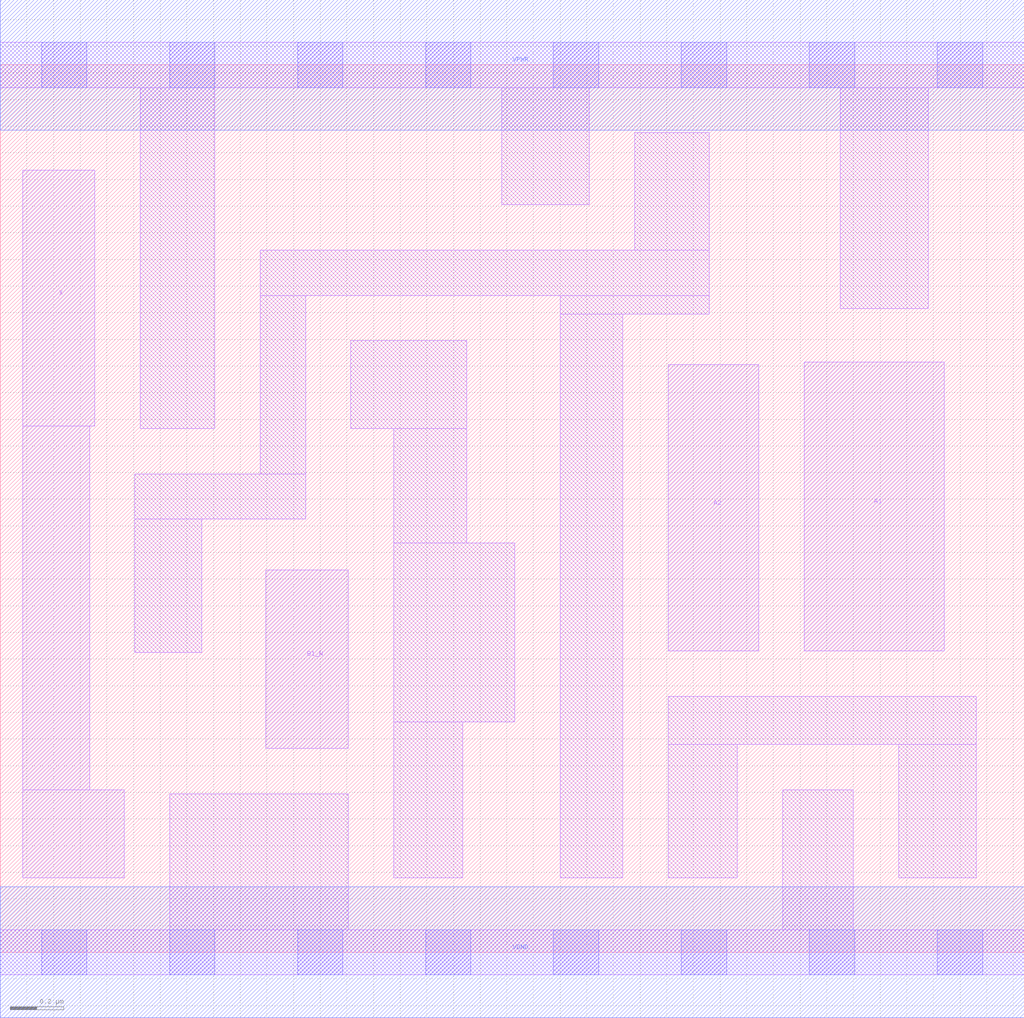
<source format=lef>
# Copyright 2020 The SkyWater PDK Authors
#
# Licensed under the Apache License, Version 2.0 (the "License");
# you may not use this file except in compliance with the License.
# You may obtain a copy of the License at
#
#     https://www.apache.org/licenses/LICENSE-2.0
#
# Unless required by applicable law or agreed to in writing, software
# distributed under the License is distributed on an "AS IS" BASIS,
# WITHOUT WARRANTIES OR CONDITIONS OF ANY KIND, either express or implied.
# See the License for the specific language governing permissions and
# limitations under the License.
#
# SPDX-License-Identifier: Apache-2.0

VERSION 5.7 ;
  NAMESCASESENSITIVE ON ;
  NOWIREEXTENSIONATPIN ON ;
  DIVIDERCHAR "/" ;
  BUSBITCHARS "[]" ;
UNITS
  DATABASE MICRONS 200 ;
END UNITS
MACRO sky130_fd_sc_lp__o21ba_0
  CLASS CORE ;
  SOURCE USER ;
  FOREIGN sky130_fd_sc_lp__o21ba_0 ;
  ORIGIN  0.000000  0.000000 ;
  SIZE  3.840000 BY  3.330000 ;
  SYMMETRY X Y R90 ;
  SITE unit ;
  PIN A1
    ANTENNAGATEAREA  0.159000 ;
    DIRECTION INPUT ;
    USE SIGNAL ;
    PORT
      LAYER li1 ;
        RECT 3.015000 1.130000 3.540000 2.215000 ;
    END
  END A1
  PIN A2
    ANTENNAGATEAREA  0.159000 ;
    DIRECTION INPUT ;
    USE SIGNAL ;
    PORT
      LAYER li1 ;
        RECT 2.505000 1.130000 2.845000 2.205000 ;
    END
  END A2
  PIN B1_N
    ANTENNAGATEAREA  0.126000 ;
    DIRECTION INPUT ;
    USE SIGNAL ;
    PORT
      LAYER li1 ;
        RECT 0.995000 0.765000 1.305000 1.435000 ;
    END
  END B1_N
  PIN X
    ANTENNADIFFAREA  0.280900 ;
    DIRECTION OUTPUT ;
    USE SIGNAL ;
    PORT
      LAYER li1 ;
        RECT 0.085000 0.280000 0.465000 0.610000 ;
        RECT 0.085000 0.610000 0.335000 1.975000 ;
        RECT 0.085000 1.975000 0.355000 2.935000 ;
    END
  END X
  PIN VGND
    DIRECTION INOUT ;
    USE GROUND ;
    PORT
      LAYER met1 ;
        RECT 0.000000 -0.245000 3.840000 0.245000 ;
    END
  END VGND
  PIN VPWR
    DIRECTION INOUT ;
    USE POWER ;
    PORT
      LAYER met1 ;
        RECT 0.000000 3.085000 3.840000 3.575000 ;
    END
  END VPWR
  OBS
    LAYER li1 ;
      RECT 0.000000 -0.085000 3.840000 0.085000 ;
      RECT 0.000000  3.245000 3.840000 3.415000 ;
      RECT 0.505000  1.125000 0.755000 1.625000 ;
      RECT 0.505000  1.625000 1.145000 1.795000 ;
      RECT 0.525000  1.965000 0.805000 3.245000 ;
      RECT 0.635000  0.085000 1.305000 0.595000 ;
      RECT 0.975000  1.795000 1.145000 2.465000 ;
      RECT 0.975000  2.465000 2.660000 2.635000 ;
      RECT 1.315000  1.965000 1.750000 2.295000 ;
      RECT 1.475000  0.280000 1.735000 0.865000 ;
      RECT 1.475000  0.865000 1.930000 1.535000 ;
      RECT 1.475000  1.535000 1.750000 1.965000 ;
      RECT 1.880000  2.805000 2.210000 3.245000 ;
      RECT 2.100000  0.280000 2.335000 2.395000 ;
      RECT 2.100000  2.395000 2.660000 2.465000 ;
      RECT 2.380000  2.635000 2.660000 3.075000 ;
      RECT 2.505000  0.280000 2.765000 0.780000 ;
      RECT 2.505000  0.780000 3.660000 0.960000 ;
      RECT 2.935000  0.085000 3.200000 0.610000 ;
      RECT 3.150000  2.415000 3.480000 3.245000 ;
      RECT 3.370000  0.280000 3.660000 0.780000 ;
    LAYER mcon ;
      RECT 0.155000 -0.085000 0.325000 0.085000 ;
      RECT 0.155000  3.245000 0.325000 3.415000 ;
      RECT 0.635000 -0.085000 0.805000 0.085000 ;
      RECT 0.635000  3.245000 0.805000 3.415000 ;
      RECT 1.115000 -0.085000 1.285000 0.085000 ;
      RECT 1.115000  3.245000 1.285000 3.415000 ;
      RECT 1.595000 -0.085000 1.765000 0.085000 ;
      RECT 1.595000  3.245000 1.765000 3.415000 ;
      RECT 2.075000 -0.085000 2.245000 0.085000 ;
      RECT 2.075000  3.245000 2.245000 3.415000 ;
      RECT 2.555000 -0.085000 2.725000 0.085000 ;
      RECT 2.555000  3.245000 2.725000 3.415000 ;
      RECT 3.035000 -0.085000 3.205000 0.085000 ;
      RECT 3.035000  3.245000 3.205000 3.415000 ;
      RECT 3.515000 -0.085000 3.685000 0.085000 ;
      RECT 3.515000  3.245000 3.685000 3.415000 ;
  END
END sky130_fd_sc_lp__o21ba_0
END LIBRARY

</source>
